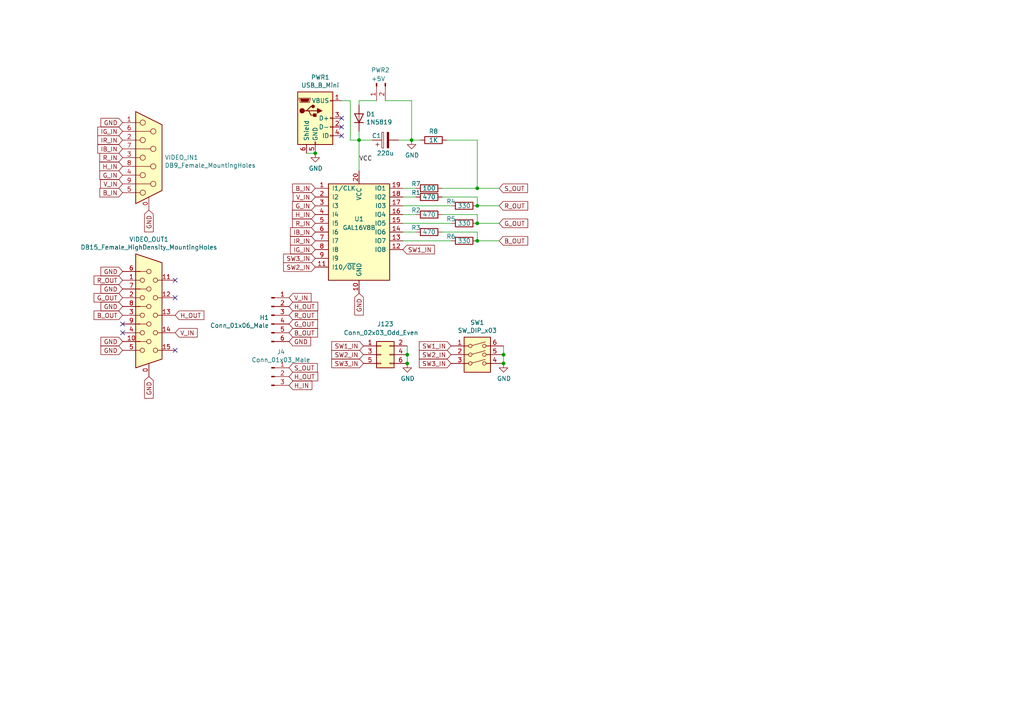
<source format=kicad_sch>
(kicad_sch (version 20230121) (generator eeschema)
  (paper "A4")
  (title_block (title "MCE Adapter") (date "2023-02-22") (rev "0.9") (company "Necroware") (comment 1 "by Scorp"))
  (lib_symbols
    (symbol "Connector:Conn_01x02_Male" (pin_names (offset 1.016) hide)
      (property "Reference" "J" (at 0 2.54 0))
      (property "Value" "Connector_Conn_01x02_Male" (at 0 -5.08 0))
      (symbol "Conn_01x02_Male_1_1"
        (polyline (pts (xy 1.27 -2.54) (xy 0.8636 -2.54)) (stroke (width 0.1524)))
        (polyline (pts (xy 1.27 0) (xy 0.8636 0)) (stroke (width 0.1524)))
        (rectangle (start 0.8636 -2.413) (end 0 -2.667) (stroke (width 0.1524)) (fill (type outline)))
        (rectangle (start 0.8636 0.127) (end 0 -0.127) (stroke (width 0.1524)) (fill (type outline)))
        (pin passive line (at 5.08 0 180) (length 3.81) (name "Pin_1") (number "1"))
        (pin passive line (at 5.08 -2.54 180) (length 3.81) (name "Pin_2") (number "2"))
      )
    )
    (symbol "Connector:Conn_01x03_Male" (pin_names (offset 1.016) hide)
      (property "Reference" "J" (at 0 5.08 0))
      (property "Value" "Connector_Conn_01x03_Male" (at 0 -5.08 0))
      (symbol "Conn_01x03_Male_1_1"
        (polyline (pts (xy 1.27 -2.54) (xy 0.8636 -2.54)) (stroke (width 0.1524)))
        (polyline (pts (xy 1.27 0) (xy 0.8636 0)) (stroke (width 0.1524)))
        (polyline (pts (xy 1.27 2.54) (xy 0.8636 2.54)) (stroke (width 0.1524)))
        (rectangle (start 0.8636 -2.413) (end 0 -2.667) (stroke (width 0.1524)) (fill (type outline)))
        (rectangle (start 0.8636 0.127) (end 0 -0.127) (stroke (width 0.1524)) (fill (type outline)))
        (rectangle (start 0.8636 2.667) (end 0 2.413) (stroke (width 0.1524)) (fill (type outline)))
        (pin passive line (at 5.08 2.54 180) (length 3.81) (name "Pin_1") (number "1"))
        (pin passive line (at 5.08 0 180) (length 3.81) (name "Pin_2") (number "2"))
        (pin passive line (at 5.08 -2.54 180) (length 3.81) (name "Pin_3") (number "3"))
      )
    )
    (symbol "Connector:Conn_01x06_Male" (pin_names (offset 1.016) hide)
      (property "Reference" "J" (at 0 7.62 0))
      (property "Value" "Connector_Conn_01x06_Male" (at 0 -10.16 0))
      (symbol "Conn_01x06_Male_1_1"
        (polyline (pts (xy 1.27 -7.62) (xy 0.8636 -7.62)) (stroke (width 0.1524)))
        (polyline (pts (xy 1.27 -5.08) (xy 0.8636 -5.08)) (stroke (width 0.1524)))
        (polyline (pts (xy 1.27 -2.54) (xy 0.8636 -2.54)) (stroke (width 0.1524)))
        (polyline (pts (xy 1.27 0) (xy 0.8636 0)) (stroke (width 0.1524)))
        (polyline (pts (xy 1.27 2.54) (xy 0.8636 2.54)) (stroke (width 0.1524)))
        (polyline (pts (xy 1.27 5.08) (xy 0.8636 5.08)) (stroke (width 0.1524)))
        (rectangle (start 0.8636 -7.493) (end 0 -7.747) (stroke (width 0.1524)) (fill (type outline)))
        (rectangle (start 0.8636 -4.953) (end 0 -5.207) (stroke (width 0.1524)) (fill (type outline)))
        (rectangle (start 0.8636 -2.413) (end 0 -2.667) (stroke (width 0.1524)) (fill (type outline)))
        (rectangle (start 0.8636 0.127) (end 0 -0.127) (stroke (width 0.1524)) (fill (type outline)))
        (rectangle (start 0.8636 2.667) (end 0 2.413) (stroke (width 0.1524)) (fill (type outline)))
        (rectangle (start 0.8636 5.207) (end 0 4.953) (stroke (width 0.1524)) (fill (type outline)))
        (pin passive line (at 5.08 5.08 180) (length 3.81) (name "Pin_1") (number "1"))
        (pin passive line (at 5.08 2.54 180) (length 3.81) (name "Pin_2") (number "2"))
        (pin passive line (at 5.08 0 180) (length 3.81) (name "Pin_3") (number "3"))
        (pin passive line (at 5.08 -2.54 180) (length 3.81) (name "Pin_4") (number "4"))
        (pin passive line (at 5.08 -5.08 180) (length 3.81) (name "Pin_5") (number "5"))
        (pin passive line (at 5.08 -7.62 180) (length 3.81) (name "Pin_6") (number "6"))
      )
    )
    (symbol "Connector:DB15_Female_HighDensity_MountingHoles" (pin_names (offset 1.016) hide)
      (property "Reference" "J" (at 0 21.59 0))
      (property "Value" "Connector_DB15_Female_HighDensity_MountingHoles" (at 0 19.05 0))
      (symbol "DB15_Female_HighDensity_MountingHoles_0_1"
        (circle (center -1.905 -10.16) (radius 0.635))
        (circle (center -1.905 -5.08) (radius 0.635))
        (circle (center -1.905 0) (radius 0.635))
        (circle (center -1.905 5.08) (radius 0.635))
        (circle (center -1.905 10.16) (radius 0.635))
        (circle (center 0 -7.62) (radius 0.635))
        (circle (center 0 -2.54) (radius 0.635))
        (polyline (pts (xy -3.175 7.62) (xy -0.635 7.62)))
        (polyline (pts (xy -0.635 -7.62) (xy -3.175 -7.62)))
        (polyline (pts (xy -0.635 -2.54) (xy -3.175 -2.54)))
        (polyline (pts (xy -0.635 2.54) (xy -3.175 2.54)))
        (polyline (pts (xy -0.635 12.7) (xy -3.175 12.7)))
        (polyline (pts (xy -3.81 17.78) (xy -3.81 -15.24) (xy 3.81 -12.7) (xy 3.81 15.24) (xy -3.81 17.78)) (stroke (width 0.254)) (fill (type background)))
        (circle (center 0 2.54) (radius 0.635))
        (circle (center 0 7.62) (radius 0.635))
        (circle (center 0 12.7) (radius 0.635))
        (circle (center 1.905 -10.16) (radius 0.635))
        (circle (center 1.905 -5.08) (radius 0.635))
        (circle (center 1.905 0) (radius 0.635))
        (circle (center 1.905 5.08) (radius 0.635))
        (circle (center 1.905 10.16) (radius 0.635))
      )
      (symbol "DB15_Female_HighDensity_MountingHoles_1_1"
        (pin passive line (at 0 -17.78 90) (length 3.81) (name "~") (number "0"))
        (pin passive line (at -7.62 10.16 0) (length 5.08) (name "~") (number "1"))
        (pin passive line (at -7.62 -7.62 0) (length 5.08) (name "~") (number "10"))
        (pin passive line (at 7.62 10.16 180) (length 5.08) (name "~") (number "11"))
        (pin passive line (at 7.62 5.08 180) (length 5.08) (name "~") (number "12"))
        (pin passive line (at 7.62 0 180) (length 5.08) (name "~") (number "13"))
        (pin passive line (at 7.62 -5.08 180) (length 5.08) (name "~") (number "14"))
        (pin passive line (at 7.62 -10.16 180) (length 5.08) (name "~") (number "15"))
        (pin passive line (at -7.62 5.08 0) (length 5.08) (name "~") (number "2"))
        (pin passive line (at -7.62 0 0) (length 5.08) (name "~") (number "3"))
        (pin passive line (at -7.62 -5.08 0) (length 5.08) (name "~") (number "4"))
        (pin passive line (at -7.62 -10.16 0) (length 5.08) (name "~") (number "5"))
        (pin passive line (at -7.62 12.7 0) (length 5.08) (name "~") (number "6"))
        (pin passive line (at -7.62 7.62 0) (length 5.08) (name "~") (number "7"))
        (pin passive line (at -7.62 2.54 0) (length 5.08) (name "~") (number "8"))
        (pin passive line (at -7.62 -2.54 0) (length 5.08) (name "~") (number "9"))
      )
    )
    (symbol "Connector:DB9_Female_MountingHoles" (pin_names (offset 1.016) hide)
      (property "Reference" "J" (at 0 16.51 0))
      (property "Value" "Connector_DB9_Female_MountingHoles" (at 0 14.605 0))
      (symbol "DB9_Female_MountingHoles_0_1"
        (circle (center -1.778 -10.16) (radius 0.762))
        (circle (center -1.778 -5.08) (radius 0.762))
        (circle (center -1.778 0) (radius 0.762))
        (circle (center -1.778 5.08) (radius 0.762))
        (circle (center -1.778 10.16) (radius 0.762))
        (polyline (pts (xy -3.81 -10.16) (xy -2.54 -10.16)))
        (polyline (pts (xy -3.81 -7.62) (xy 0.508 -7.62)))
        (polyline (pts (xy -3.81 -5.08) (xy -2.54 -5.08)))
        (polyline (pts (xy -3.81 -2.54) (xy 0.508 -2.54)))
        (polyline (pts (xy -3.81 0) (xy -2.54 0)))
        (polyline (pts (xy -3.81 2.54) (xy 0.508 2.54)))
        (polyline (pts (xy -3.81 5.08) (xy -2.54 5.08)))
        (polyline (pts (xy -3.81 7.62) (xy 0.508 7.62)))
        (polyline (pts (xy -3.81 10.16) (xy -2.54 10.16)))
        (polyline (pts (xy -3.81 13.335) (xy -3.81 -13.335) (xy 3.81 -9.525) (xy 3.81 9.525) (xy -3.81 13.335)) (stroke (width 0.254)) (fill (type background)))
        (circle (center 1.27 -7.62) (radius 0.762))
        (circle (center 1.27 -2.54) (radius 0.762))
        (circle (center 1.27 2.54) (radius 0.762))
        (circle (center 1.27 7.62) (radius 0.762))
      )
      (symbol "DB9_Female_MountingHoles_1_1"
        (pin passive line (at 0 -15.24 90) (length 3.81) (name "PAD") (number "0"))
        (pin passive line (at -7.62 10.16 0) (length 3.81) (name "1") (number "1"))
        (pin passive line (at -7.62 5.08 0) (length 3.81) (name "2") (number "2"))
        (pin passive line (at -7.62 0 0) (length 3.81) (name "3") (number "3"))
        (pin passive line (at -7.62 -5.08 0) (length 3.81) (name "4") (number "4"))
        (pin passive line (at -7.62 -10.16 0) (length 3.81) (name "5") (number "5"))
        (pin passive line (at -7.62 7.62 0) (length 3.81) (name "6") (number "6"))
        (pin passive line (at -7.62 2.54 0) (length 3.81) (name "7") (number "7"))
        (pin passive line (at -7.62 -2.54 0) (length 3.81) (name "8") (number "8"))
        (pin passive line (at -7.62 -7.62 0) (length 3.81) (name "9") (number "9"))
      )
    )
    (symbol "Connector:USB_B_Mini" (pin_names (offset 1.016))
      (property "Reference" "J" (at -5.08 11.43 0))
      (property "Value" "USB_B_Mini" (at -5.08 8.89 0))
      (symbol "USB_B_Mini_0_1"
        (rectangle (start -5.08 -7.62) (end 5.08 7.62) (stroke (width 0.254)) (fill (type background)))
        (circle (center -3.81 2.159) (radius 0.635) (stroke (width 0.254)) (fill (type outline)))
        (circle (center -0.635 3.429) (radius 0.381) (stroke (width 0.254)) (fill (type outline)))
        (rectangle (start -0.127 -7.62) (end 0.127 -6.858))
        (polyline (pts (xy -1.905 2.159) (xy 0.635 2.159)) (stroke (width 0.254)))
        (polyline (pts (xy -3.175 2.159) (xy -2.54 2.159) (xy -1.27 3.429) (xy -0.635 3.429)) (stroke (width 0.254)))
        (polyline (pts (xy -2.54 2.159) (xy -1.905 2.159) (xy -1.27 0.889) (xy 0 0.889)) (stroke (width 0.254)))
        (polyline (pts (xy 0.635 2.794) (xy 0.635 1.524) (xy 1.905 2.159) (xy 0.635 2.794)) (stroke (width 0.254)) (fill (type outline)))
        (polyline (pts (xy -4.318 5.588) (xy -1.778 5.588) (xy -2.032 4.826) (xy -4.064 4.826) (xy -4.318 5.588)) (fill (type outline)))
        (polyline (pts (xy -4.699 5.842) (xy -4.699 5.588) (xy -4.445 4.826) (xy -4.445 4.572) (xy -1.651 4.572) (xy -1.651 4.826) (xy -1.397 5.588) (xy -1.397 5.842) (xy -4.699 5.842)))
        (rectangle (start 0.254 1.27) (end -0.508 0.508) (stroke (width 0.254)) (fill (type outline)))
        (rectangle (start 5.08 -5.207) (end 4.318 -4.953))
        (rectangle (start 5.08 -2.667) (end 4.318 -2.413))
        (rectangle (start 5.08 -0.127) (end 4.318 0.127))
        (rectangle (start 5.08 4.953) (end 4.318 5.207))
      )
      (symbol "USB_B_Mini_1_1"
        (pin power_out line (at 7.62 5.08 180) (length 2.54) (name "VBUS") (number "1"))
        (pin bidirectional line (at 7.62 -2.54 180) (length 2.54) (name "D-") (number "2"))
        (pin bidirectional line (at 7.62 0 180) (length 2.54) (name "D+") (number "3"))
        (pin passive line (at 7.62 -5.08 180) (length 2.54) (name "ID") (number "4"))
        (pin power_out line (at 0 -10.16 90) (length 2.54) (name "GND") (number "5"))
        (pin passive line (at -2.54 -10.16 90) (length 2.54) (name "Shield") (number "6"))
      )
    )
    (symbol "Connector_Generic:Conn_02x03_Odd_Even" (pin_names (offset 1.016) hide)
      (property "Reference" "J" (at 1.27 5.08 0))
      (property "Value" "Conn_02x03_Odd_Even" (at 1.27 -5.08 0))
      (symbol "Conn_02x03_Odd_Even_1_1"
        (rectangle (start -1.27 -2.413) (end 0 -2.667) (stroke (width 0.1524)))
        (rectangle (start -1.27 0.127) (end 0 -0.127) (stroke (width 0.1524)))
        (rectangle (start -1.27 2.667) (end 0 2.413) (stroke (width 0.1524)))
        (rectangle (start -1.27 3.81) (end 3.81 -3.81) (stroke (width 0.254)) (fill (type background)))
        (rectangle (start 3.81 -2.413) (end 2.54 -2.667) (stroke (width 0.1524)))
        (rectangle (start 3.81 0.127) (end 2.54 -0.127) (stroke (width 0.1524)))
        (rectangle (start 3.81 2.667) (end 2.54 2.413) (stroke (width 0.1524)))
        (pin passive line (at -5.08 2.54 0) (length 3.81) (name "Pin_1") (number "1"))
        (pin passive line (at 7.62 2.54 180) (length 3.81) (name "Pin_2") (number "2"))
        (pin passive line (at -5.08 0 0) (length 3.81) (name "Pin_3") (number "3"))
        (pin passive line (at 7.62 0 180) (length 3.81) (name "Pin_4") (number "4"))
        (pin passive line (at -5.08 -2.54 0) (length 3.81) (name "Pin_5") (number "5"))
        (pin passive line (at 7.62 -2.54 180) (length 3.81) (name "Pin_6") (number "6"))
      )
    )
    (symbol "Device:CP" (pin_numbers hide) (pin_names (offset 0.254))
      (property "Reference" "C" (at 0.635 2.54 0))
      (property "Value" "Device_CP" (at 0.635 -2.54 0))
      (symbol "CP_0_1"
        (rectangle (start -2.286 0.508) (end 2.286 1.016))
        (polyline (pts (xy -1.778 2.286) (xy -0.762 2.286)))
        (polyline (pts (xy -1.27 2.794) (xy -1.27 1.778)))
        (rectangle (start 2.286 -0.508) (end -2.286 -1.016) (fill (type outline)))
      )
      (symbol "CP_1_1"
        (pin passive line (at 0 3.81 270) (length 2.794) (name "~") (number "1"))
        (pin passive line (at 0 -3.81 90) (length 2.794) (name "~") (number "2"))
      )
    )
    (symbol "Device:D" (pin_numbers hide) (pin_names (offset 1.016) hide)
      (property "Reference" "D" (at 0 2.54 0))
      (property "Value" "D" (at 0 -2.54 0))
      (symbol "D_0_1"
        (polyline (pts (xy -1.27 1.27) (xy -1.27 -1.27)) (stroke (width 0.254)))
        (polyline (pts (xy 1.27 0) (xy -1.27 0)))
        (polyline (pts (xy 1.27 1.27) (xy 1.27 -1.27) (xy -1.27 0) (xy 1.27 1.27)) (stroke (width 0.254)))
      )
      (symbol "D_1_1"
        (pin passive line (at -3.81 0 0) (length 2.54) (name "K") (number "1"))
        (pin passive line (at 3.81 0 180) (length 2.54) (name "A") (number "2"))
      )
    )
    (symbol "Device:R" (pin_numbers hide) (pin_names (offset 0))
      (property "Reference" "R" (at 2.032 0 90))
      (property "Value" "R" (at 0 0 90))
      (symbol "R_0_1"
        (rectangle (start -1.016 -2.54) (end 1.016 2.54) (stroke (width 0.254)))
      )
      (symbol "R_1_1"
        (pin passive line (at 0 3.81 270) (length 1.27) (name "~") (number "1"))
        (pin passive line (at 0 -3.81 90) (length 1.27) (name "~") (number "2"))
      )
    )
    (symbol "Logic_Programmable:GAL16V8" (pin_names (offset 1.016))
      (property "Reference" "U" (at -8.89 16.51 0))
      (property "Value" "GAL16V8" (at 1.27 16.51 0))
      (symbol "GAL16V8_0_0"
        (pin power_in line (at 0 -17.78 90) (length 3.81) (name "GND") (number "10"))
        (pin power_in line (at 0 17.78 270) (length 3.81) (name "VCC") (number "20"))
      )
      (symbol "GAL16V8_0_1"
        (rectangle (start -8.89 13.97) (end 8.89 -13.97) (stroke (width 0.254)) (fill (type background)))
      )
      (symbol "GAL16V8_1_1"
        (pin input line (at -12.7 12.7 0) (length 3.81) (name "I1/CLK") (number "1"))
        (pin input line (at -12.7 -10.16 0) (length 3.81) (name "I10/~{OE}") (number "11"))
        (pin tri_state line (at 12.7 -5.08 180) (length 3.81) (name "IO8") (number "12"))
        (pin tri_state line (at 12.7 -2.54 180) (length 3.81) (name "IO7") (number "13"))
        (pin tri_state line (at 12.7 0 180) (length 3.81) (name "IO6") (number "14"))
        (pin tri_state line (at 12.7 2.54 180) (length 3.81) (name "IO5") (number "15"))
        (pin tri_state line (at 12.7 5.08 180) (length 3.81) (name "IO4") (number "16"))
        (pin tri_state line (at 12.7 7.62 180) (length 3.81) (name "I03") (number "17"))
        (pin tri_state line (at 12.7 10.16 180) (length 3.81) (name "IO2") (number "18"))
        (pin tri_state line (at 12.7 12.7 180) (length 3.81) (name "IO1") (number "19"))
        (pin input line (at -12.7 10.16 0) (length 3.81) (name "I2") (number "2"))
        (pin input line (at -12.7 7.62 0) (length 3.81) (name "I3") (number "3"))
        (pin input line (at -12.7 5.08 0) (length 3.81) (name "I4") (number "4"))
        (pin input line (at -12.7 2.54 0) (length 3.81) (name "I5") (number "5"))
        (pin input line (at -12.7 0 0) (length 3.81) (name "I6") (number "6"))
        (pin input line (at -12.7 -2.54 0) (length 3.81) (name "I7") (number "7"))
        (pin input line (at -12.7 -5.08 0) (length 3.81) (name "I8") (number "8"))
        (pin input line (at -12.7 -7.62 0) (length 3.81) (name "I9") (number "9"))
      )
    )
    (symbol "Switch:SW_DIP_x03" (pin_names (offset 0) hide)
      (property "Reference" "SW" (at 0 8.89 0))
      (property "Value" "SW_DIP_x03" (at 0 -3.81 0))
      (symbol "SW_DIP_x03_0_0"
        (circle (center -2.032 0) (radius 0.508))
        (circle (center -2.032 2.54) (radius 0.508))
        (circle (center -2.032 5.08) (radius 0.508))
        (polyline (pts (xy -1.524 0.127) (xy 2.3622 1.1684)))
        (polyline (pts (xy -1.524 2.667) (xy 2.3622 3.7084)))
        (polyline (pts (xy -1.524 5.207) (xy 2.3622 6.2484)))
        (circle (center 2.032 0) (radius 0.508))
        (circle (center 2.032 2.54) (radius 0.508))
        (circle (center 2.032 5.08) (radius 0.508))
      )
      (symbol "SW_DIP_x03_0_1"
        (rectangle (start -3.81 7.62) (end 3.81 -2.54) (stroke (width 0.254)) (fill (type background)))
      )
      (symbol "SW_DIP_x03_1_1"
        (pin passive line (at -7.62 5.08 0) (length 5.08) (name "~") (number "1"))
        (pin passive line (at -7.62 2.54 0) (length 5.08) (name "~") (number "2"))
        (pin passive line (at -7.62 0 0) (length 5.08) (name "~") (number "3"))
        (pin passive line (at 7.62 0 180) (length 5.08) (name "~") (number "4"))
        (pin passive line (at 7.62 2.54 180) (length 5.08) (name "~") (number "5"))
        (pin passive line (at 7.62 5.08 180) (length 5.08) (name "~") (number "6"))
      )
    )
    (symbol "power:GND" (power) (pin_names (offset 0))
      (property "Value" "GND" (at 0 -3.81 0))
      (symbol "GND_0_1"
        (polyline (pts (xy 0 0) (xy 0 -1.27) (xy 1.27 -1.27) (xy 0 -2.54) (xy -1.27 -1.27) (xy 0 -1.27)))
      )
      (symbol "GND_1_1"
        (pin power_in line (at 0 0 270) (length 0) hide (name "GND") (number "1"))
      )
    )
  )
  (junction (at 104.14 40.64))
  (junction (at 138.43 69.85))
  (junction (at 146.05 102.87))
  (junction (at 138.43 54.61))
  (junction (at 118.11 105.41))
  (junction (at 146.05 105.41))
  (junction (at 138.43 64.77))
  (junction (at 138.43 59.69))
  (junction (at 119.38 40.64))
  (junction (at 91.44 44.45))
  (junction (at 118.11 102.87))
  (no_connect (at 99.06 36.83))
  (no_connect (at 99.06 39.37))
  (no_connect (at 50.8 101.6))
  (no_connect (at 35.56 96.52))
  (no_connect (at 35.56 93.98))
  (no_connect (at 50.8 86.36))
  (no_connect (at 50.8 81.28))
  (no_connect (at 99.06 34.29))
  (wire (pts (xy 138.43 54.61) (xy 144.78 54.61)))
  (wire (pts (xy 129.54 40.64) (xy 138.43 40.64)))
  (wire (pts (xy 119.38 29.21) (xy 111.76 29.21)))
  (wire (pts (xy 104.14 29.21) (xy 109.22 29.21)))
  (wire (pts (xy 101.6 29.21) (xy 101.6 40.64)))
  (wire (pts (xy 104.14 38.1) (xy 104.14 40.64)))
  (wire (pts (xy 99.06 29.21) (xy 101.6 29.21)))
  (wire (pts (xy 146.05 100.33) (xy 146.05 102.87)))
  (wire (pts (xy 128.27 54.61) (xy 138.43 54.61)))
  (wire (pts (xy 104.14 40.64) (xy 104.14 49.53)))
  (wire (pts (xy 116.84 54.61) (xy 120.65 54.61)))
  (wire (pts (xy 104.14 29.21) (xy 104.14 30.48)))
  (wire (pts (xy 116.84 59.69) (xy 130.81 59.69)))
  (wire (pts (xy 138.43 67.31) (xy 138.43 69.85)))
  (wire (pts (xy 116.84 62.23) (xy 120.65 62.23)))
  (wire (pts (xy 119.38 29.21) (xy 119.38 40.64)))
  (wire (pts (xy 88.9 44.45) (xy 91.44 44.45)))
  (wire (pts (xy 116.84 69.85) (xy 130.81 69.85)))
  (wire (pts (xy 144.78 59.69) (xy 138.43 59.69)))
  (wire (pts (xy 138.43 40.64) (xy 138.43 54.61)))
  (wire (pts (xy 138.43 69.85) (xy 144.78 69.85)))
  (wire (pts (xy 118.11 102.87) (xy 118.11 105.41)))
  (wire (pts (xy 116.84 57.15) (xy 120.65 57.15)))
  (wire (pts (xy 115.57 40.64) (xy 119.38 40.64)))
  (wire (pts (xy 119.38 40.64) (xy 121.92 40.64)))
  (wire (pts (xy 128.27 57.15) (xy 138.43 57.15)))
  (wire (pts (xy 128.27 62.23) (xy 138.43 62.23)))
  (wire (pts (xy 128.27 67.31) (xy 138.43 67.31)))
  (wire (pts (xy 138.43 64.77) (xy 144.78 64.77)))
  (wire (pts (xy 116.84 67.31) (xy 120.65 67.31)))
  (wire (pts (xy 101.6 40.64) (xy 104.14 40.64)))
  (wire (pts (xy 138.43 57.15) (xy 138.43 59.69)))
  (wire (pts (xy 107.95 40.64) (xy 104.14 40.64)))
  (wire (pts (xy 138.43 62.23) (xy 138.43 64.77)))
  (wire (pts (xy 116.84 64.77) (xy 130.81 64.77)))
  (wire (pts (xy 146.05 102.87) (xy 146.05 105.41)))
  (wire (pts (xy 118.11 100.33) (xy 118.11 102.87)))
  (label "VCC" (at 104.14 46.99 0))
  (global_label "IG_IN" (shape input) (at 35.56 38.1 180) (property "Intersheetrefs" "${INTERSHEET_REFS}" (effects hide)))
  (global_label "H_OUT" (shape input) (at 83.82 109.22 0) (property "Intersheetrefs" "${INTERSHEET_REFS}" (effects hide)))
  (global_label "V_IN" (shape input) (at 50.8 96.52 0) (property "Intersheetrefs" "${INTERSHEET_REFS}" (effects hide)))
  (global_label "GND" (shape input) (at 35.56 78.74 180) (property "Intersheetrefs" "${INTERSHEET_REFS}" (effects hide)))
  (global_label "S_OUT" (shape input) (at 83.82 106.68 0) (property "Intersheetrefs" "${INTERSHEET_REFS}" (effects hide)))
  (global_label "H_IN" (shape input) (at 35.56 48.26 180) (property "Intersheetrefs" "${INTERSHEET_REFS}" (effects hide)))
  (global_label "SW3_IN" (shape input) (at 91.44 74.93 180) (property "Intersheetrefs" "${INTERSHEET_REFS}" (effects hide)))
  (global_label "R_OUT" (shape input) (at 35.56 81.28 180) (property "Intersheetrefs" "${INTERSHEET_REFS}" (effects hide)))
  (global_label "GND" (shape input) (at 35.56 83.82 180) (property "Intersheetrefs" "${INTERSHEET_REFS}" (effects hide)))
  (global_label "IB_IN" (shape input) (at 35.56 43.18 180) (property "Intersheetrefs" "${INTERSHEET_REFS}" (effects hide)))
  (global_label "G_OUT" (shape input) (at 35.56 86.36 180) (property "Intersheetrefs" "${INTERSHEET_REFS}" (effects hide)))
  (global_label "R_OUT" (shape input) (at 144.78 59.69 0) (property "Intersheetrefs" "${INTERSHEET_REFS}" (effects hide)))
  (global_label "H_IN" (shape input) (at 91.44 62.23 180) (property "Intersheetrefs" "${INTERSHEET_REFS}" (effects hide)))
  (global_label "SW3_IN" (shape input) (at 105.41 105.41 180) (property "Intersheetrefs" "${INTERSHEET_REFS}" (effects hide)))
  (global_label "GND" (shape input) (at 35.56 101.6 180) (property "Intersheetrefs" "${INTERSHEET_REFS}" (effects hide)))
  (global_label "H_OUT" (shape input) (at 50.8 91.44 0) (property "Intersheetrefs" "${INTERSHEET_REFS}" (effects hide)))
  (global_label "SW2_IN" (shape input) (at 130.81 102.87 180) (property "Intersheetrefs" "${INTERSHEET_REFS}" (effects hide)))
  (global_label "GND" (shape input) (at 43.18 109.22 270) (property "Intersheetrefs" "${INTERSHEET_REFS}" (effects hide)))
  (global_label "GND" (shape input) (at 35.56 88.9 180) (property "Intersheetrefs" "${INTERSHEET_REFS}" (effects hide)))
  (global_label "SW2_IN" (shape input) (at 105.41 102.87 180) (property "Intersheetrefs" "${INTERSHEET_REFS}" (effects hide)))
  (global_label "S_OUT" (shape input) (at 144.78 54.61 0) (property "Intersheetrefs" "${INTERSHEET_REFS}" (effects hide)))
  (global_label "IG_IN" (shape input) (at 91.44 72.39 180) (property "Intersheetrefs" "${INTERSHEET_REFS}" (effects hide)))
  (global_label "GND" (shape input) (at 35.56 35.56 180) (property "Intersheetrefs" "${INTERSHEET_REFS}" (effects hide)))
  (global_label "IR_IN" (shape input) (at 91.44 69.85 180) (property "Intersheetrefs" "${INTERSHEET_REFS}" (effects hide)))
  (global_label "SW3_IN" (shape input) (at 130.81 105.41 180) (property "Intersheetrefs" "${INTERSHEET_REFS}" (effects hide)))
  (global_label "SW1_IN" (shape input) (at 105.41 100.33 180) (property "Intersheetrefs" "${INTERSHEET_REFS}" (effects hide)))
  (global_label "R_IN" (shape input) (at 91.44 64.77 180) (property "Intersheetrefs" "${INTERSHEET_REFS}" (effects hide)))
  (global_label "GND" (shape input) (at 83.82 99.06 0) (property "Intersheetrefs" "${INTERSHEET_REFS}" (effects hide)))
  (global_label "SW2_IN" (shape input) (at 91.44 77.47 180) (property "Intersheetrefs" "${INTERSHEET_REFS}" (effects hide)))
  (global_label "SW1_IN" (shape input) (at 116.84 72.39 0) (property "Intersheetrefs" "${INTERSHEET_REFS}" (effects hide)))
  (global_label "IR_IN" (shape input) (at 35.56 40.64 180) (property "Intersheetrefs" "${INTERSHEET_REFS}" (effects hide)))
  (global_label "H_OUT" (shape input) (at 83.82 88.9 0) (property "Intersheetrefs" "${INTERSHEET_REFS}" (effects hide)))
  (global_label "V_IN" (shape input) (at 35.56 53.34 180) (property "Intersheetrefs" "${INTERSHEET_REFS}" (effects hide)))
  (global_label "G_IN" (shape input) (at 35.56 50.8 180) (property "Intersheetrefs" "${INTERSHEET_REFS}" (effects hide)))
  (global_label "SW1_IN" (shape input) (at 130.81 100.33 180) (property "Intersheetrefs" "${INTERSHEET_REFS}" (effects hide)))
  (global_label "G_OUT" (shape input) (at 83.82 93.98 0) (property "Intersheetrefs" "${INTERSHEET_REFS}" (effects hide)))
  (global_label "B_OUT" (shape input) (at 144.78 69.85 0) (property "Intersheetrefs" "${INTERSHEET_REFS}" (effects hide)))
  (global_label "H_IN" (shape input) (at 83.82 111.76 0) (property "Intersheetrefs" "${INTERSHEET_REFS}" (effects hide)))
  (global_label "R_IN" (shape input) (at 35.56 45.72 180) (property "Intersheetrefs" "${INTERSHEET_REFS}" (effects hide)))
  (global_label "IB_IN" (shape input) (at 91.44 67.31 180) (property "Intersheetrefs" "${INTERSHEET_REFS}" (effects hide)))
  (global_label "B_OUT" (shape input) (at 35.56 91.44 180) (property "Intersheetrefs" "${INTERSHEET_REFS}" (effects hide)))
  (global_label "G_IN" (shape input) (at 91.44 59.69 180) (property "Intersheetrefs" "${INTERSHEET_REFS}" (effects hide)))
  (global_label "B_OUT" (shape input) (at 83.82 96.52 0) (property "Intersheetrefs" "${INTERSHEET_REFS}" (effects hide)))
  (global_label "G_OUT" (shape input) (at 144.78 64.77 0) (property "Intersheetrefs" "${INTERSHEET_REFS}" (effects hide)))
  (global_label "GND" (shape input) (at 104.14 85.09 270) (property "Intersheetrefs" "${INTERSHEET_REFS}" (effects hide)))
  (global_label "B_IN" (shape input) (at 35.56 55.88 180) (property "Intersheetrefs" "${INTERSHEET_REFS}" (effects hide)))
  (global_label "R_OUT" (shape input) (at 83.82 91.44 0) (property "Intersheetrefs" "${INTERSHEET_REFS}" (effects hide)))
  (global_label "V_IN" (shape input) (at 83.82 86.36 0) (property "Intersheetrefs" "${INTERSHEET_REFS}" (effects hide)))
  (global_label "V_IN" (shape input) (at 91.44 57.15 180) (property "Intersheetrefs" "${INTERSHEET_REFS}" (effects hide)))
  (global_label "B_IN" (shape input) (at 91.44 54.61 180) (property "Intersheetrefs" "${INTERSHEET_REFS}" (effects hide)))
  (global_label "GND" (shape input) (at 43.18 60.96 270) (property "Intersheetrefs" "${INTERSHEET_REFS}" (effects hide)))
  (global_label "GND" (shape input) (at 35.56 99.06 180) (property "Intersheetrefs" "${INTERSHEET_REFS}" (effects hide)))
  (symbol (lib_id "Logic_Programmable:GAL16V8") (at 104.14 67.31 0) (unit 1)
    (property "Reference" "U1" (at 104.14 63.5 0))
    (property "Value" "GAL16V8B" (at 104.14 66.04 0))
    (property "Footprint" "Package_DIP:DIP-20_W7.62mm_Socket" (effects hide))
    (property "LCSC" "C6509" (effects hide))
  )
  (symbol (lib_id "Connector:DB15_Female_HighDensity_MountingHoles") (at 43.18 91.44 0) (unit 1)
    (property "Reference" "VIDEO_OUT1" (at 43.18 69.4182 0))
    (property "Value" "DB15_Female_HighDensity_MountingHoles" (at 43.18 71.7296 0))
    (property "Footprint" "Connector_Dsub:DSUB-15-HD_Female_Horizontal_P2.29x1.98mm_EdgePinOffset8.35mm_Housed_MountingHolesOffset10.89mm" (effects hide))
    (property "Datasheet" " ~" (effects hide))
    (property "LCSC" "C75754" (effects hide))
  )
  (symbol (lib_id "Connector:DB9_Female_MountingHoles") (at 43.18 45.72 0) (unit 1)
    (property "Reference" "VIDEO_IN1" (at 47.752 45.6692 0) (effects (justify left)))
    (property "Value" "DB9_Female_MountingHoles" (at 47.752 47.9806 0) (effects (justify left)))
    (property "Footprint" "Connector_Dsub:DSUB-9_Female_Horizontal_P2.77x2.84mm_EdgePinOffset7.70mm_Housed_MountingHolesOffset9.12mm" (effects hide))
    (property "Datasheet" " ~" (effects hide))
    (property "LCSC" "C141882" (effects hide))
  )
  (symbol (lib_id "Device:R") (at 124.46 54.61 270) (unit 1)
    (property "Reference" "R7" (at 120.65 53.34 90))
    (property "Value" "100" (at 124.46 54.61 90))
    (property "Footprint" "Resistor_THT:R_Axial_DIN0204_L3.6mm_D1.6mm_P7.62mm_Horizontal" (effects hide))
    (property "LCSC" "C57438" (effects hide))
  )
  (symbol (lib_id "Device:R") (at 134.62 69.85 270) (unit 1)
    (property "Reference" "R6" (at 130.81 68.58 90))
    (property "Value" "330" (at 134.62 69.85 90))
    (property "Footprint" "Resistor_THT:R_Axial_DIN0204_L3.6mm_D1.6mm_P7.62mm_Horizontal" (effects hide))
    (property "LCSC" "C58608" (effects hide))
  )
  (symbol (lib_id "Device:R") (at 124.46 67.31 270) (unit 1)
    (property "Reference" "R3" (at 120.65 66.04 90))
    (property "Value" "470" (at 124.46 67.31 90))
    (property "Footprint" "Resistor_THT:R_Axial_DIN0204_L3.6mm_D1.6mm_P7.62mm_Horizontal" (effects hide))
    (property "LCSC" "C58592" (effects hide))
  )
  (symbol (lib_id "Device:R") (at 134.62 64.77 270) (unit 1)
    (property "Reference" "R5" (at 130.81 63.5 90))
    (property "Value" "330" (at 134.62 64.77 90))
    (property "Footprint" "Resistor_THT:R_Axial_DIN0204_L3.6mm_D1.6mm_P7.62mm_Horizontal" (effects hide))
    (property "LCSC" "C58608" (effects hide))
  )
  (symbol (lib_id "Device:R") (at 134.62 59.69 270) (unit 1)
    (property "Reference" "R4" (at 130.81 58.42 90))
    (property "Value" "330" (at 134.62 59.69 90))
    (property "Footprint" "Resistor_THT:R_Axial_DIN0204_L3.6mm_D1.6mm_P7.62mm_Horizontal" (effects hide))
    (property "LCSC" "C58608" (effects hide))
  )
  (symbol (lib_id "Device:R") (at 124.46 62.23 270) (unit 1)
    (property "Reference" "R2" (at 120.65 60.96 90))
    (property "Value" "470" (at 124.46 62.23 90))
    (property "Footprint" "Resistor_THT:R_Axial_DIN0204_L3.6mm_D1.6mm_P7.62mm_Horizontal" (effects hide))
    (property "LCSC" "C58592" (effects hide))
  )
  (symbol (lib_id "Device:R") (at 124.46 57.15 270) (unit 1)
    (property "Reference" "R1" (at 120.65 55.88 90))
    (property "Value" "470" (at 124.46 57.15 90))
    (property "Footprint" "Resistor_THT:R_Axial_DIN0204_L3.6mm_D1.6mm_P7.62mm_Horizontal" (effects hide))
    (property "LCSC" "C58592" (effects hide))
  )
  (symbol (lib_id "Connector:USB_B_Mini") (at 91.44 34.29 0) (unit 1)
    (property "Reference" "PWR1" (at 92.8878 22.4282 0))
    (property "Value" "USB_B_Mini" (at 92.8878 24.7396 0))
    (property "Footprint" "Necroware:USB_Mini-B-Jing_Extension_LSCS_C46398" (effects hide))
    (property "LCSC" "C46398" (effects hide))
  )
  (symbol (lib_id "power:GND") (at 91.44 44.45 0) (unit 1)
    (property "Reference" "#PWR02" (effects hide))
    (property "Value" "GND" (at 91.567 48.8442 0))
  )
  (symbol (lib_id "Device:D") (at 104.14 34.29 90) (unit 1)
    (property "Reference" "D1" (at 106.172 33.1216 90) (effects (justify right)))
    (property "Value" "1N5819" (at 106.172 35.433 90) (effects (justify right)))
    (property "Footprint" "Diode_THT:D_DO-34_SOD68_P7.62mm_Horizontal" (effects hide))
    (property "LCSC" "C402218" (effects hide))
  )
  (symbol (lib_id "power:GND") (at 119.38 40.64 0) (unit 1)
    (property "Reference" "#PWR03" (effects hide))
    (property "Value" "GND" (at 119.507 45.0342 0))
  )
  (symbol (lib_id "Device:R") (at 125.73 40.64 270) (unit 1)
    (property "Reference" "R8" (at 125.73 38.1 90))
    (property "Value" "1K" (at 125.73 40.64 90))
    (property "Footprint" "Resistor_THT:R_Axial_DIN0204_L3.6mm_D1.6mm_P7.62mm_Horizontal" (effects hide))
    (property "LCSC" "C57438" (effects hide))
  )
  (symbol (lib_id "Connector:Conn_01x06_Male") (at 78.74 91.44 0) (unit 1)
    (property "Reference" "H1" (at 78.0288 92.1004 0) (effects (justify right)))
    (property "Value" "Conn_01x06_Male" (at 78.0288 94.4118 0) (effects (justify right)))
    (property "Footprint" "Connector_PinHeader_2.54mm:PinHeader_1x06_P2.54mm_Vertical" (effects hide))
    (property "LCSC" "C492405" (effects hide))
  )
  (symbol (lib_id "Connector:Conn_01x03_Male") (at 78.74 109.22 0) (unit 1)
    (property "Reference" "J4" (at 81.4832 102.0826 0))
    (property "Value" "Conn_01x03_Male" (at 81.4832 104.394 0))
    (property "Footprint" "Connector_PinHeader_2.54mm:PinHeader_1x03_P2.54mm_Vertical" (effects hide))
    (property "LCSC" "C429954" (effects hide))
  )
  (symbol (lib_id "Connector:Conn_01x02_Male") (at 109.22 24.13 90) (mirror x) (unit 1)
    (property "Reference" "PWR2" (at 113.03 20.32 90) (effects (justify left)))
    (property "Value" "+5V" (at 111.76 22.86 90) (effects (justify left)))
    (property "Footprint" "Connector_PinHeader_2.54mm:PinHeader_1x02_P2.54mm_Vertical" (effects hide))
    (property "LCSC" "C152154" (effects hide))
  )
  (symbol (lib_id "Device:CP") (at 111.76 40.64 90) (unit 1)
    (property "Reference" "C1" (at 109.22 39.37 90))
    (property "Value" "220u" (at 111.76 44.45 90))
    (property "Footprint" "Capacitor_THT:CP_Radial_D5.0mm_P2.50mm" (effects hide))
    (property "LCSC" "C383039" (effects hide))
  )
  (symbol (lib_id "Connector_Generic:Conn_02x03_Odd_Even") (at 110.49 102.87 0) (unit 1)
    (property "Reference" "J123" (at 111.76 93.98 0))
    (property "Value" "Conn_02x03_Odd_Even" (at 110.49 96.52 0))
    (property "Footprint" "Connector_PinHeader_2.54mm:PinHeader_2x03_P2.54mm_Vertical" (effects hide))
    (property "LCSC" "C65114" (effects hide))
  )
  (symbol (lib_id "power:GND") (at 118.11 105.41 0) (unit 1)
    (property "Reference" "#PWR0101" (effects hide))
    (property "Value" "GND" (at 118.237 109.8042 0))
  )
  (symbol (lib_id "Switch:SW_DIP_x03") (at 138.43 105.41 0) (unit 1)
    (property "Reference" "SW1" (at 138.43 93.5482 0))
    (property "Value" "SW_DIP_x03" (at 138.43 95.8596 0))
    (property "Footprint" "Button_Switch_THT:SW_DIP_SPSTx03_Slide_9.78x9.8mm_W7.62mm_P2.54mm" (effects hide))
  )
  (symbol (lib_id "power:GND") (at 146.05 105.41 0) (unit 1)
    (property "Reference" "#PWR0102" (effects hide))
    (property "Value" "GND" (at 146.177 109.8042 0))
  )
)
</source>
